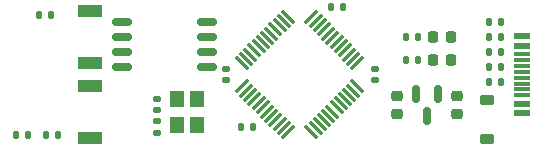
<source format=gbr>
G04 #@! TF.GenerationSoftware,KiCad,Pcbnew,9.0.0+dfsg-1*
G04 #@! TF.CreationDate,2025-03-10T08:37:07+08:00*
G04 #@! TF.ProjectId,gp,67702e6b-6963-4616-945f-706362585858,d*
G04 #@! TF.SameCoordinates,Original*
G04 #@! TF.FileFunction,Paste,Top*
G04 #@! TF.FilePolarity,Positive*
%FSLAX46Y46*%
G04 Gerber Fmt 4.6, Leading zero omitted, Abs format (unit mm)*
G04 Created by KiCad (PCBNEW 9.0.0+dfsg-1) date 2025-03-10 08:37:07*
%MOMM*%
%LPD*%
G01*
G04 APERTURE LIST*
G04 Aperture macros list*
%AMRoundRect*
0 Rectangle with rounded corners*
0 $1 Rounding radius*
0 $2 $3 $4 $5 $6 $7 $8 $9 X,Y pos of 4 corners*
0 Add a 4 corners polygon primitive as box body*
4,1,4,$2,$3,$4,$5,$6,$7,$8,$9,$2,$3,0*
0 Add four circle primitives for the rounded corners*
1,1,$1+$1,$2,$3*
1,1,$1+$1,$4,$5*
1,1,$1+$1,$6,$7*
1,1,$1+$1,$8,$9*
0 Add four rect primitives between the rounded corners*
20,1,$1+$1,$2,$3,$4,$5,0*
20,1,$1+$1,$4,$5,$6,$7,0*
20,1,$1+$1,$6,$7,$8,$9,0*
20,1,$1+$1,$8,$9,$2,$3,0*%
G04 Aperture macros list end*
%ADD10RoundRect,0.225000X0.250000X-0.225000X0.250000X0.225000X-0.250000X0.225000X-0.250000X-0.225000X0*%
%ADD11RoundRect,0.218750X-0.218750X-0.256250X0.218750X-0.256250X0.218750X0.256250X-0.218750X0.256250X0*%
%ADD12RoundRect,0.135000X-0.135000X-0.185000X0.135000X-0.185000X0.135000X0.185000X-0.135000X0.185000X0*%
%ADD13RoundRect,0.135000X0.135000X0.185000X-0.135000X0.185000X-0.135000X-0.185000X0.135000X-0.185000X0*%
%ADD14RoundRect,0.140000X-0.170000X0.140000X-0.170000X-0.140000X0.170000X-0.140000X0.170000X0.140000X0*%
%ADD15RoundRect,0.140000X0.170000X-0.140000X0.170000X0.140000X-0.170000X0.140000X-0.170000X-0.140000X0*%
%ADD16RoundRect,0.225000X-0.250000X0.225000X-0.250000X-0.225000X0.250000X-0.225000X0.250000X0.225000X0*%
%ADD17RoundRect,0.150000X-0.150000X0.587500X-0.150000X-0.587500X0.150000X-0.587500X0.150000X0.587500X0*%
%ADD18RoundRect,0.140000X0.140000X0.170000X-0.140000X0.170000X-0.140000X-0.170000X0.140000X-0.170000X0*%
%ADD19RoundRect,0.140000X-0.140000X-0.170000X0.140000X-0.170000X0.140000X0.170000X-0.140000X0.170000X0*%
%ADD20R,1.450000X0.600000*%
%ADD21R,1.450000X0.300000*%
%ADD22RoundRect,0.225000X0.375000X-0.225000X0.375000X0.225000X-0.375000X0.225000X-0.375000X-0.225000X0*%
%ADD23RoundRect,0.075000X-0.415425X-0.521491X0.521491X0.415425X0.415425X0.521491X-0.521491X-0.415425X0*%
%ADD24RoundRect,0.075000X0.415425X-0.521491X0.521491X-0.415425X-0.415425X0.521491X-0.521491X0.415425X0*%
%ADD25R,2.000000X1.050000*%
%ADD26RoundRect,0.162500X0.650000X0.162500X-0.650000X0.162500X-0.650000X-0.162500X0.650000X-0.162500X0*%
%ADD27R,1.200000X1.400000*%
G04 APERTURE END LIST*
D10*
G04 #@! TO.C,C1*
X190500000Y-104915000D03*
X190500000Y-103365000D03*
G04 #@! TD*
D11*
G04 #@! TO.C,D2*
X188442500Y-98425000D03*
X190017500Y-98425000D03*
G04 #@! TD*
D12*
G04 #@! TO.C,R1*
X153160000Y-106680000D03*
X154180000Y-106680000D03*
G04 #@! TD*
D13*
G04 #@! TO.C,R9*
X187200000Y-100330000D03*
X186180000Y-100330000D03*
G04 #@! TD*
D14*
G04 #@! TO.C,C8*
X165100000Y-103660000D03*
X165100000Y-104620000D03*
G04 #@! TD*
D15*
G04 #@! TO.C,C9*
X165100000Y-106525000D03*
X165100000Y-105565000D03*
G04 #@! TD*
D16*
G04 #@! TO.C,C3*
X185420000Y-103365000D03*
X185420000Y-104915000D03*
G04 #@! TD*
D11*
G04 #@! TO.C,D3*
X188442500Y-100330000D03*
X190017500Y-100330000D03*
G04 #@! TD*
D13*
G04 #@! TO.C,R7*
X194185000Y-102235000D03*
X193165000Y-102235000D03*
G04 #@! TD*
D17*
G04 #@! TO.C,U1*
X188910000Y-103202500D03*
X187010000Y-103202500D03*
X187960000Y-105077500D03*
G04 #@! TD*
D15*
G04 #@! TO.C,C7*
X170942000Y-102080000D03*
X170942000Y-101120000D03*
G04 #@! TD*
D13*
G04 #@! TO.C,R2*
X194185000Y-100965000D03*
X193165000Y-100965000D03*
G04 #@! TD*
G04 #@! TO.C,R4*
X194185000Y-98425000D03*
X193165000Y-98425000D03*
G04 #@! TD*
G04 #@! TO.C,R3*
X194185000Y-99695000D03*
X193165000Y-99695000D03*
G04 #@! TD*
G04 #@! TO.C,R8*
X187200000Y-98425000D03*
X186180000Y-98425000D03*
G04 #@! TD*
D15*
G04 #@! TO.C,C4*
X183515000Y-102080000D03*
X183515000Y-101120000D03*
G04 #@! TD*
D18*
G04 #@! TO.C,C6*
X173200000Y-106045000D03*
X172240000Y-106045000D03*
G04 #@! TD*
D19*
G04 #@! TO.C,C2*
X155730000Y-106680000D03*
X156690000Y-106680000D03*
G04 #@! TD*
D20*
G04 #@! TO.C,J1*
X195980000Y-104850000D03*
X195980000Y-104050000D03*
D21*
X195980000Y-102850000D03*
X195980000Y-101850000D03*
X195980000Y-101350000D03*
X195980000Y-100350000D03*
D20*
X195980000Y-99150000D03*
X195980000Y-98350000D03*
X195980000Y-98350000D03*
X195980000Y-99150000D03*
D21*
X195980000Y-99850000D03*
X195980000Y-100850000D03*
X195980000Y-102350000D03*
X195980000Y-103350000D03*
D20*
X195980000Y-104050000D03*
X195980000Y-104850000D03*
G04 #@! TD*
D22*
G04 #@! TO.C,D1*
X193040000Y-107060000D03*
X193040000Y-103760000D03*
G04 #@! TD*
D23*
G04 #@! TO.C,U2*
X172277124Y-102598788D03*
X172630678Y-102952342D03*
X172984231Y-103305895D03*
X173337785Y-103659449D03*
X173691338Y-104013002D03*
X174044891Y-104366555D03*
X174398445Y-104720109D03*
X174751998Y-105073662D03*
X175105551Y-105427215D03*
X175459105Y-105780769D03*
X175812658Y-106134322D03*
X176166212Y-106487876D03*
D24*
X178163788Y-106487876D03*
X178517342Y-106134322D03*
X178870895Y-105780769D03*
X179224449Y-105427215D03*
X179578002Y-105073662D03*
X179931555Y-104720109D03*
X180285109Y-104366555D03*
X180638662Y-104013002D03*
X180992215Y-103659449D03*
X181345769Y-103305895D03*
X181699322Y-102952342D03*
X182052876Y-102598788D03*
D23*
X182052876Y-100601212D03*
X181699322Y-100247658D03*
X181345769Y-99894105D03*
X180992215Y-99540551D03*
X180638662Y-99186998D03*
X180285109Y-98833445D03*
X179931555Y-98479891D03*
X179578002Y-98126338D03*
X179224449Y-97772785D03*
X178870895Y-97419231D03*
X178517342Y-97065678D03*
X178163788Y-96712124D03*
D24*
X176166212Y-96712124D03*
X175812658Y-97065678D03*
X175459105Y-97419231D03*
X175105551Y-97772785D03*
X174751998Y-98126338D03*
X174398445Y-98479891D03*
X174044891Y-98833445D03*
X173691338Y-99186998D03*
X173337785Y-99540551D03*
X172984231Y-99894105D03*
X172630678Y-100247658D03*
X172277124Y-100601212D03*
G04 #@! TD*
D19*
G04 #@! TO.C,C5*
X179860000Y-95885000D03*
X180820000Y-95885000D03*
G04 #@! TD*
D13*
G04 #@! TO.C,R6*
X194185000Y-97155000D03*
X193165000Y-97155000D03*
G04 #@! TD*
D25*
G04 #@! TO.C,SW2*
X159435000Y-96225000D03*
X159385000Y-100625000D03*
G04 #@! TD*
G04 #@! TO.C,SW1*
X159435000Y-102575000D03*
X159385000Y-106975000D03*
G04 #@! TD*
D26*
G04 #@! TO.C,U3*
X169322500Y-100965000D03*
X169322500Y-99695000D03*
X169322500Y-98425000D03*
X169322500Y-97155000D03*
X162147500Y-97155000D03*
X162147500Y-98425000D03*
X162147500Y-99695000D03*
X162147500Y-100965000D03*
G04 #@! TD*
D13*
G04 #@! TO.C,R5*
X156085000Y-96520000D03*
X155065000Y-96520000D03*
G04 #@! TD*
D27*
G04 #@! TO.C,Y1*
X166790000Y-103675000D03*
X166790000Y-105875000D03*
X168490000Y-105875000D03*
X168490000Y-103675000D03*
G04 #@! TD*
M02*

</source>
